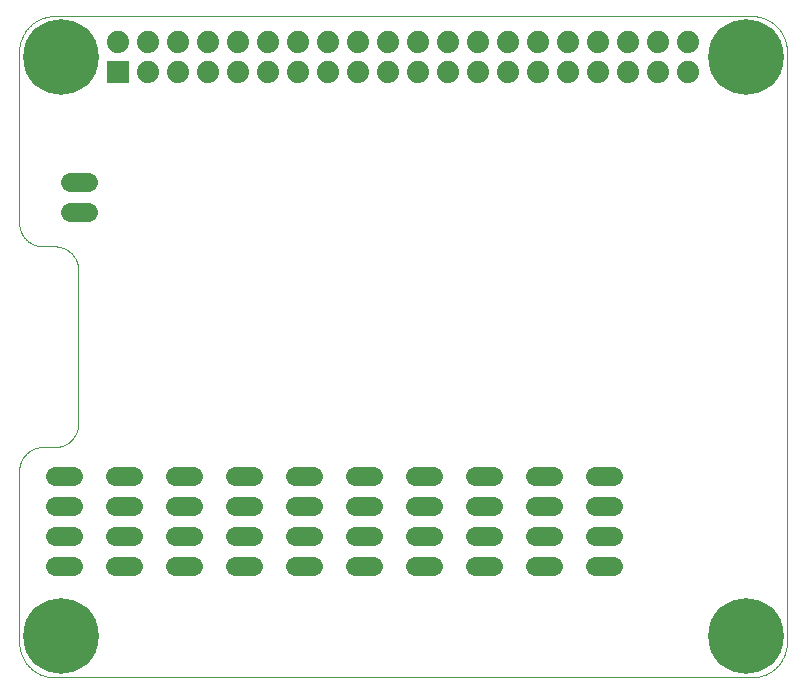
<source format=gbs>
G75*
%MOIN*%
%OFA0B0*%
%FSLAX25Y25*%
%IPPOS*%
%LPD*%
%AMOC8*
5,1,8,0,0,1.08239X$1,22.5*
%
%ADD10C,0.25197*%
%ADD11C,0.00000*%
%ADD12R,0.07400X0.07400*%
%ADD13C,0.07400*%
%ADD14C,0.11227*%
%ADD15C,0.06400*%
D10*
X0048780Y0018780D03*
X0277126Y0018780D03*
X0277126Y0211693D03*
X0048780Y0211693D03*
D11*
X0035000Y0073898D02*
X0035000Y0016811D01*
X0035003Y0016526D01*
X0035014Y0016240D01*
X0035031Y0015955D01*
X0035055Y0015671D01*
X0035086Y0015387D01*
X0035124Y0015104D01*
X0035169Y0014823D01*
X0035220Y0014542D01*
X0035278Y0014262D01*
X0035343Y0013984D01*
X0035415Y0013708D01*
X0035493Y0013434D01*
X0035578Y0013161D01*
X0035670Y0012891D01*
X0035768Y0012623D01*
X0035872Y0012357D01*
X0035983Y0012094D01*
X0036100Y0011834D01*
X0036223Y0011576D01*
X0036353Y0011322D01*
X0036489Y0011071D01*
X0036630Y0010823D01*
X0036778Y0010579D01*
X0036931Y0010338D01*
X0037091Y0010102D01*
X0037256Y0009869D01*
X0037426Y0009640D01*
X0037602Y0009415D01*
X0037784Y0009195D01*
X0037970Y0008979D01*
X0038162Y0008768D01*
X0038359Y0008561D01*
X0038561Y0008359D01*
X0038768Y0008162D01*
X0038979Y0007970D01*
X0039195Y0007784D01*
X0039415Y0007602D01*
X0039640Y0007426D01*
X0039869Y0007256D01*
X0040102Y0007091D01*
X0040338Y0006931D01*
X0040579Y0006778D01*
X0040823Y0006630D01*
X0041071Y0006489D01*
X0041322Y0006353D01*
X0041576Y0006223D01*
X0041834Y0006100D01*
X0042094Y0005983D01*
X0042357Y0005872D01*
X0042623Y0005768D01*
X0042891Y0005670D01*
X0043161Y0005578D01*
X0043434Y0005493D01*
X0043708Y0005415D01*
X0043984Y0005343D01*
X0044262Y0005278D01*
X0044542Y0005220D01*
X0044823Y0005169D01*
X0045104Y0005124D01*
X0045387Y0005086D01*
X0045671Y0005055D01*
X0045955Y0005031D01*
X0046240Y0005014D01*
X0046526Y0005003D01*
X0046811Y0005000D01*
X0279094Y0005000D01*
X0279379Y0005003D01*
X0279665Y0005014D01*
X0279950Y0005031D01*
X0280234Y0005055D01*
X0280518Y0005086D01*
X0280801Y0005124D01*
X0281082Y0005169D01*
X0281363Y0005220D01*
X0281643Y0005278D01*
X0281921Y0005343D01*
X0282197Y0005415D01*
X0282471Y0005493D01*
X0282744Y0005578D01*
X0283014Y0005670D01*
X0283282Y0005768D01*
X0283548Y0005872D01*
X0283811Y0005983D01*
X0284071Y0006100D01*
X0284329Y0006223D01*
X0284583Y0006353D01*
X0284834Y0006489D01*
X0285082Y0006630D01*
X0285326Y0006778D01*
X0285567Y0006931D01*
X0285803Y0007091D01*
X0286036Y0007256D01*
X0286265Y0007426D01*
X0286490Y0007602D01*
X0286710Y0007784D01*
X0286926Y0007970D01*
X0287137Y0008162D01*
X0287344Y0008359D01*
X0287546Y0008561D01*
X0287743Y0008768D01*
X0287935Y0008979D01*
X0288121Y0009195D01*
X0288303Y0009415D01*
X0288479Y0009640D01*
X0288649Y0009869D01*
X0288814Y0010102D01*
X0288974Y0010338D01*
X0289127Y0010579D01*
X0289275Y0010823D01*
X0289416Y0011071D01*
X0289552Y0011322D01*
X0289682Y0011576D01*
X0289805Y0011834D01*
X0289922Y0012094D01*
X0290033Y0012357D01*
X0290137Y0012623D01*
X0290235Y0012891D01*
X0290327Y0013161D01*
X0290412Y0013434D01*
X0290490Y0013708D01*
X0290562Y0013984D01*
X0290627Y0014262D01*
X0290685Y0014542D01*
X0290736Y0014823D01*
X0290781Y0015104D01*
X0290819Y0015387D01*
X0290850Y0015671D01*
X0290874Y0015955D01*
X0290891Y0016240D01*
X0290902Y0016526D01*
X0290905Y0016811D01*
X0290906Y0016811D02*
X0290906Y0213661D01*
X0290905Y0213661D02*
X0290902Y0213946D01*
X0290891Y0214232D01*
X0290874Y0214517D01*
X0290850Y0214801D01*
X0290819Y0215085D01*
X0290781Y0215368D01*
X0290736Y0215649D01*
X0290685Y0215930D01*
X0290627Y0216210D01*
X0290562Y0216488D01*
X0290490Y0216764D01*
X0290412Y0217038D01*
X0290327Y0217311D01*
X0290235Y0217581D01*
X0290137Y0217849D01*
X0290033Y0218115D01*
X0289922Y0218378D01*
X0289805Y0218638D01*
X0289682Y0218896D01*
X0289552Y0219150D01*
X0289416Y0219401D01*
X0289275Y0219649D01*
X0289127Y0219893D01*
X0288974Y0220134D01*
X0288814Y0220370D01*
X0288649Y0220603D01*
X0288479Y0220832D01*
X0288303Y0221057D01*
X0288121Y0221277D01*
X0287935Y0221493D01*
X0287743Y0221704D01*
X0287546Y0221911D01*
X0287344Y0222113D01*
X0287137Y0222310D01*
X0286926Y0222502D01*
X0286710Y0222688D01*
X0286490Y0222870D01*
X0286265Y0223046D01*
X0286036Y0223216D01*
X0285803Y0223381D01*
X0285567Y0223541D01*
X0285326Y0223694D01*
X0285082Y0223842D01*
X0284834Y0223983D01*
X0284583Y0224119D01*
X0284329Y0224249D01*
X0284071Y0224372D01*
X0283811Y0224489D01*
X0283548Y0224600D01*
X0283282Y0224704D01*
X0283014Y0224802D01*
X0282744Y0224894D01*
X0282471Y0224979D01*
X0282197Y0225057D01*
X0281921Y0225129D01*
X0281643Y0225194D01*
X0281363Y0225252D01*
X0281082Y0225303D01*
X0280801Y0225348D01*
X0280518Y0225386D01*
X0280234Y0225417D01*
X0279950Y0225441D01*
X0279665Y0225458D01*
X0279379Y0225469D01*
X0279094Y0225472D01*
X0046811Y0225472D01*
X0046526Y0225469D01*
X0046240Y0225458D01*
X0045955Y0225441D01*
X0045671Y0225417D01*
X0045387Y0225386D01*
X0045104Y0225348D01*
X0044823Y0225303D01*
X0044542Y0225252D01*
X0044262Y0225194D01*
X0043984Y0225129D01*
X0043708Y0225057D01*
X0043434Y0224979D01*
X0043161Y0224894D01*
X0042891Y0224802D01*
X0042623Y0224704D01*
X0042357Y0224600D01*
X0042094Y0224489D01*
X0041834Y0224372D01*
X0041576Y0224249D01*
X0041322Y0224119D01*
X0041071Y0223983D01*
X0040823Y0223842D01*
X0040579Y0223694D01*
X0040338Y0223541D01*
X0040102Y0223381D01*
X0039869Y0223216D01*
X0039640Y0223046D01*
X0039415Y0222870D01*
X0039195Y0222688D01*
X0038979Y0222502D01*
X0038768Y0222310D01*
X0038561Y0222113D01*
X0038359Y0221911D01*
X0038162Y0221704D01*
X0037970Y0221493D01*
X0037784Y0221277D01*
X0037602Y0221057D01*
X0037426Y0220832D01*
X0037256Y0220603D01*
X0037091Y0220370D01*
X0036931Y0220134D01*
X0036778Y0219893D01*
X0036630Y0219649D01*
X0036489Y0219401D01*
X0036353Y0219150D01*
X0036223Y0218896D01*
X0036100Y0218638D01*
X0035983Y0218378D01*
X0035872Y0218115D01*
X0035768Y0217849D01*
X0035670Y0217581D01*
X0035578Y0217311D01*
X0035493Y0217038D01*
X0035415Y0216764D01*
X0035343Y0216488D01*
X0035278Y0216210D01*
X0035220Y0215930D01*
X0035169Y0215649D01*
X0035124Y0215368D01*
X0035086Y0215085D01*
X0035055Y0214801D01*
X0035031Y0214517D01*
X0035014Y0214232D01*
X0035003Y0213946D01*
X0035000Y0213661D01*
X0035000Y0156575D01*
X0035002Y0156385D01*
X0035009Y0156195D01*
X0035021Y0156005D01*
X0035037Y0155815D01*
X0035057Y0155626D01*
X0035083Y0155437D01*
X0035112Y0155249D01*
X0035147Y0155062D01*
X0035186Y0154876D01*
X0035229Y0154691D01*
X0035277Y0154506D01*
X0035329Y0154323D01*
X0035385Y0154142D01*
X0035446Y0153962D01*
X0035512Y0153783D01*
X0035581Y0153606D01*
X0035655Y0153430D01*
X0035733Y0153257D01*
X0035816Y0153085D01*
X0035902Y0152916D01*
X0035992Y0152748D01*
X0036087Y0152583D01*
X0036185Y0152420D01*
X0036288Y0152260D01*
X0036394Y0152102D01*
X0036504Y0151947D01*
X0036617Y0151794D01*
X0036735Y0151644D01*
X0036856Y0151498D01*
X0036980Y0151354D01*
X0037108Y0151213D01*
X0037239Y0151075D01*
X0037374Y0150940D01*
X0037512Y0150809D01*
X0037653Y0150681D01*
X0037797Y0150557D01*
X0037943Y0150436D01*
X0038093Y0150318D01*
X0038246Y0150205D01*
X0038401Y0150095D01*
X0038559Y0149989D01*
X0038719Y0149886D01*
X0038882Y0149788D01*
X0039047Y0149693D01*
X0039215Y0149603D01*
X0039384Y0149517D01*
X0039556Y0149434D01*
X0039729Y0149356D01*
X0039905Y0149282D01*
X0040082Y0149213D01*
X0040261Y0149147D01*
X0040441Y0149086D01*
X0040622Y0149030D01*
X0040805Y0148978D01*
X0040990Y0148930D01*
X0041175Y0148887D01*
X0041361Y0148848D01*
X0041548Y0148813D01*
X0041736Y0148784D01*
X0041925Y0148758D01*
X0042114Y0148738D01*
X0042304Y0148722D01*
X0042494Y0148710D01*
X0042684Y0148703D01*
X0042874Y0148701D01*
X0046811Y0148701D01*
X0047001Y0148699D01*
X0047191Y0148692D01*
X0047381Y0148680D01*
X0047571Y0148664D01*
X0047760Y0148644D01*
X0047949Y0148618D01*
X0048137Y0148589D01*
X0048324Y0148554D01*
X0048510Y0148515D01*
X0048695Y0148472D01*
X0048880Y0148424D01*
X0049063Y0148372D01*
X0049244Y0148316D01*
X0049424Y0148255D01*
X0049603Y0148189D01*
X0049780Y0148120D01*
X0049956Y0148046D01*
X0050129Y0147968D01*
X0050301Y0147885D01*
X0050470Y0147799D01*
X0050638Y0147709D01*
X0050803Y0147614D01*
X0050966Y0147516D01*
X0051126Y0147413D01*
X0051284Y0147307D01*
X0051439Y0147197D01*
X0051592Y0147084D01*
X0051742Y0146966D01*
X0051888Y0146845D01*
X0052032Y0146721D01*
X0052173Y0146593D01*
X0052311Y0146462D01*
X0052446Y0146327D01*
X0052577Y0146189D01*
X0052705Y0146048D01*
X0052829Y0145904D01*
X0052950Y0145758D01*
X0053068Y0145608D01*
X0053181Y0145455D01*
X0053291Y0145300D01*
X0053397Y0145142D01*
X0053500Y0144982D01*
X0053598Y0144819D01*
X0053693Y0144654D01*
X0053783Y0144486D01*
X0053869Y0144317D01*
X0053952Y0144145D01*
X0054030Y0143972D01*
X0054104Y0143796D01*
X0054173Y0143619D01*
X0054239Y0143440D01*
X0054300Y0143260D01*
X0054356Y0143079D01*
X0054408Y0142896D01*
X0054456Y0142711D01*
X0054499Y0142526D01*
X0054538Y0142340D01*
X0054573Y0142153D01*
X0054602Y0141965D01*
X0054628Y0141776D01*
X0054648Y0141587D01*
X0054664Y0141397D01*
X0054676Y0141207D01*
X0054683Y0141017D01*
X0054685Y0140827D01*
X0054685Y0089646D01*
X0054683Y0089456D01*
X0054676Y0089266D01*
X0054664Y0089076D01*
X0054648Y0088886D01*
X0054628Y0088697D01*
X0054602Y0088508D01*
X0054573Y0088320D01*
X0054538Y0088133D01*
X0054499Y0087947D01*
X0054456Y0087762D01*
X0054408Y0087577D01*
X0054356Y0087394D01*
X0054300Y0087213D01*
X0054239Y0087033D01*
X0054173Y0086854D01*
X0054104Y0086677D01*
X0054030Y0086501D01*
X0053952Y0086328D01*
X0053869Y0086156D01*
X0053783Y0085987D01*
X0053693Y0085819D01*
X0053598Y0085654D01*
X0053500Y0085491D01*
X0053397Y0085331D01*
X0053291Y0085173D01*
X0053181Y0085018D01*
X0053068Y0084865D01*
X0052950Y0084715D01*
X0052829Y0084569D01*
X0052705Y0084425D01*
X0052577Y0084284D01*
X0052446Y0084146D01*
X0052311Y0084011D01*
X0052173Y0083880D01*
X0052032Y0083752D01*
X0051888Y0083628D01*
X0051742Y0083507D01*
X0051592Y0083389D01*
X0051439Y0083276D01*
X0051284Y0083166D01*
X0051126Y0083060D01*
X0050966Y0082957D01*
X0050803Y0082859D01*
X0050638Y0082764D01*
X0050470Y0082674D01*
X0050301Y0082588D01*
X0050129Y0082505D01*
X0049956Y0082427D01*
X0049780Y0082353D01*
X0049603Y0082284D01*
X0049424Y0082218D01*
X0049244Y0082157D01*
X0049063Y0082101D01*
X0048880Y0082049D01*
X0048695Y0082001D01*
X0048510Y0081958D01*
X0048324Y0081919D01*
X0048137Y0081884D01*
X0047949Y0081855D01*
X0047760Y0081829D01*
X0047571Y0081809D01*
X0047381Y0081793D01*
X0047191Y0081781D01*
X0047001Y0081774D01*
X0046811Y0081772D01*
X0042874Y0081772D01*
X0042684Y0081770D01*
X0042494Y0081763D01*
X0042304Y0081751D01*
X0042114Y0081735D01*
X0041925Y0081715D01*
X0041736Y0081689D01*
X0041548Y0081660D01*
X0041361Y0081625D01*
X0041175Y0081586D01*
X0040990Y0081543D01*
X0040805Y0081495D01*
X0040622Y0081443D01*
X0040441Y0081387D01*
X0040261Y0081326D01*
X0040082Y0081260D01*
X0039905Y0081191D01*
X0039729Y0081117D01*
X0039556Y0081039D01*
X0039384Y0080956D01*
X0039215Y0080870D01*
X0039047Y0080780D01*
X0038882Y0080685D01*
X0038719Y0080587D01*
X0038559Y0080484D01*
X0038401Y0080378D01*
X0038246Y0080268D01*
X0038093Y0080155D01*
X0037943Y0080037D01*
X0037797Y0079916D01*
X0037653Y0079792D01*
X0037512Y0079664D01*
X0037374Y0079533D01*
X0037239Y0079398D01*
X0037108Y0079260D01*
X0036980Y0079119D01*
X0036856Y0078975D01*
X0036735Y0078829D01*
X0036617Y0078679D01*
X0036504Y0078526D01*
X0036394Y0078371D01*
X0036288Y0078213D01*
X0036185Y0078053D01*
X0036087Y0077890D01*
X0035992Y0077725D01*
X0035902Y0077557D01*
X0035816Y0077388D01*
X0035733Y0077216D01*
X0035655Y0077043D01*
X0035581Y0076867D01*
X0035512Y0076690D01*
X0035446Y0076511D01*
X0035385Y0076331D01*
X0035329Y0076150D01*
X0035277Y0075967D01*
X0035229Y0075782D01*
X0035186Y0075597D01*
X0035147Y0075411D01*
X0035112Y0075224D01*
X0035083Y0075036D01*
X0035057Y0074847D01*
X0035037Y0074658D01*
X0035021Y0074468D01*
X0035009Y0074278D01*
X0035002Y0074088D01*
X0035000Y0073898D01*
X0043367Y0018780D02*
X0043369Y0018927D01*
X0043375Y0019073D01*
X0043385Y0019219D01*
X0043399Y0019365D01*
X0043417Y0019511D01*
X0043438Y0019656D01*
X0043464Y0019800D01*
X0043494Y0019944D01*
X0043527Y0020086D01*
X0043564Y0020228D01*
X0043605Y0020369D01*
X0043650Y0020508D01*
X0043699Y0020647D01*
X0043751Y0020784D01*
X0043808Y0020919D01*
X0043867Y0021053D01*
X0043931Y0021185D01*
X0043998Y0021315D01*
X0044068Y0021444D01*
X0044142Y0021571D01*
X0044219Y0021695D01*
X0044300Y0021818D01*
X0044384Y0021938D01*
X0044471Y0022056D01*
X0044561Y0022171D01*
X0044654Y0022284D01*
X0044751Y0022395D01*
X0044850Y0022503D01*
X0044952Y0022608D01*
X0045057Y0022710D01*
X0045165Y0022809D01*
X0045276Y0022906D01*
X0045389Y0022999D01*
X0045504Y0023089D01*
X0045622Y0023176D01*
X0045742Y0023260D01*
X0045865Y0023341D01*
X0045989Y0023418D01*
X0046116Y0023492D01*
X0046245Y0023562D01*
X0046375Y0023629D01*
X0046507Y0023693D01*
X0046641Y0023752D01*
X0046776Y0023809D01*
X0046913Y0023861D01*
X0047052Y0023910D01*
X0047191Y0023955D01*
X0047332Y0023996D01*
X0047474Y0024033D01*
X0047616Y0024066D01*
X0047760Y0024096D01*
X0047904Y0024122D01*
X0048049Y0024143D01*
X0048195Y0024161D01*
X0048341Y0024175D01*
X0048487Y0024185D01*
X0048633Y0024191D01*
X0048780Y0024193D01*
X0048927Y0024191D01*
X0049073Y0024185D01*
X0049219Y0024175D01*
X0049365Y0024161D01*
X0049511Y0024143D01*
X0049656Y0024122D01*
X0049800Y0024096D01*
X0049944Y0024066D01*
X0050086Y0024033D01*
X0050228Y0023996D01*
X0050369Y0023955D01*
X0050508Y0023910D01*
X0050647Y0023861D01*
X0050784Y0023809D01*
X0050919Y0023752D01*
X0051053Y0023693D01*
X0051185Y0023629D01*
X0051315Y0023562D01*
X0051444Y0023492D01*
X0051571Y0023418D01*
X0051695Y0023341D01*
X0051818Y0023260D01*
X0051938Y0023176D01*
X0052056Y0023089D01*
X0052171Y0022999D01*
X0052284Y0022906D01*
X0052395Y0022809D01*
X0052503Y0022710D01*
X0052608Y0022608D01*
X0052710Y0022503D01*
X0052809Y0022395D01*
X0052906Y0022284D01*
X0052999Y0022171D01*
X0053089Y0022056D01*
X0053176Y0021938D01*
X0053260Y0021818D01*
X0053341Y0021695D01*
X0053418Y0021571D01*
X0053492Y0021444D01*
X0053562Y0021315D01*
X0053629Y0021185D01*
X0053693Y0021053D01*
X0053752Y0020919D01*
X0053809Y0020784D01*
X0053861Y0020647D01*
X0053910Y0020508D01*
X0053955Y0020369D01*
X0053996Y0020228D01*
X0054033Y0020086D01*
X0054066Y0019944D01*
X0054096Y0019800D01*
X0054122Y0019656D01*
X0054143Y0019511D01*
X0054161Y0019365D01*
X0054175Y0019219D01*
X0054185Y0019073D01*
X0054191Y0018927D01*
X0054193Y0018780D01*
X0054191Y0018633D01*
X0054185Y0018487D01*
X0054175Y0018341D01*
X0054161Y0018195D01*
X0054143Y0018049D01*
X0054122Y0017904D01*
X0054096Y0017760D01*
X0054066Y0017616D01*
X0054033Y0017474D01*
X0053996Y0017332D01*
X0053955Y0017191D01*
X0053910Y0017052D01*
X0053861Y0016913D01*
X0053809Y0016776D01*
X0053752Y0016641D01*
X0053693Y0016507D01*
X0053629Y0016375D01*
X0053562Y0016245D01*
X0053492Y0016116D01*
X0053418Y0015989D01*
X0053341Y0015865D01*
X0053260Y0015742D01*
X0053176Y0015622D01*
X0053089Y0015504D01*
X0052999Y0015389D01*
X0052906Y0015276D01*
X0052809Y0015165D01*
X0052710Y0015057D01*
X0052608Y0014952D01*
X0052503Y0014850D01*
X0052395Y0014751D01*
X0052284Y0014654D01*
X0052171Y0014561D01*
X0052056Y0014471D01*
X0051938Y0014384D01*
X0051818Y0014300D01*
X0051695Y0014219D01*
X0051571Y0014142D01*
X0051444Y0014068D01*
X0051315Y0013998D01*
X0051185Y0013931D01*
X0051053Y0013867D01*
X0050919Y0013808D01*
X0050784Y0013751D01*
X0050647Y0013699D01*
X0050508Y0013650D01*
X0050369Y0013605D01*
X0050228Y0013564D01*
X0050086Y0013527D01*
X0049944Y0013494D01*
X0049800Y0013464D01*
X0049656Y0013438D01*
X0049511Y0013417D01*
X0049365Y0013399D01*
X0049219Y0013385D01*
X0049073Y0013375D01*
X0048927Y0013369D01*
X0048780Y0013367D01*
X0048633Y0013369D01*
X0048487Y0013375D01*
X0048341Y0013385D01*
X0048195Y0013399D01*
X0048049Y0013417D01*
X0047904Y0013438D01*
X0047760Y0013464D01*
X0047616Y0013494D01*
X0047474Y0013527D01*
X0047332Y0013564D01*
X0047191Y0013605D01*
X0047052Y0013650D01*
X0046913Y0013699D01*
X0046776Y0013751D01*
X0046641Y0013808D01*
X0046507Y0013867D01*
X0046375Y0013931D01*
X0046245Y0013998D01*
X0046116Y0014068D01*
X0045989Y0014142D01*
X0045865Y0014219D01*
X0045742Y0014300D01*
X0045622Y0014384D01*
X0045504Y0014471D01*
X0045389Y0014561D01*
X0045276Y0014654D01*
X0045165Y0014751D01*
X0045057Y0014850D01*
X0044952Y0014952D01*
X0044850Y0015057D01*
X0044751Y0015165D01*
X0044654Y0015276D01*
X0044561Y0015389D01*
X0044471Y0015504D01*
X0044384Y0015622D01*
X0044300Y0015742D01*
X0044219Y0015865D01*
X0044142Y0015989D01*
X0044068Y0016116D01*
X0043998Y0016245D01*
X0043931Y0016375D01*
X0043867Y0016507D01*
X0043808Y0016641D01*
X0043751Y0016776D01*
X0043699Y0016913D01*
X0043650Y0017052D01*
X0043605Y0017191D01*
X0043564Y0017332D01*
X0043527Y0017474D01*
X0043494Y0017616D01*
X0043464Y0017760D01*
X0043438Y0017904D01*
X0043417Y0018049D01*
X0043399Y0018195D01*
X0043385Y0018341D01*
X0043375Y0018487D01*
X0043369Y0018633D01*
X0043367Y0018780D01*
X0271713Y0018780D02*
X0271715Y0018927D01*
X0271721Y0019073D01*
X0271731Y0019219D01*
X0271745Y0019365D01*
X0271763Y0019511D01*
X0271784Y0019656D01*
X0271810Y0019800D01*
X0271840Y0019944D01*
X0271873Y0020086D01*
X0271910Y0020228D01*
X0271951Y0020369D01*
X0271996Y0020508D01*
X0272045Y0020647D01*
X0272097Y0020784D01*
X0272154Y0020919D01*
X0272213Y0021053D01*
X0272277Y0021185D01*
X0272344Y0021315D01*
X0272414Y0021444D01*
X0272488Y0021571D01*
X0272565Y0021695D01*
X0272646Y0021818D01*
X0272730Y0021938D01*
X0272817Y0022056D01*
X0272907Y0022171D01*
X0273000Y0022284D01*
X0273097Y0022395D01*
X0273196Y0022503D01*
X0273298Y0022608D01*
X0273403Y0022710D01*
X0273511Y0022809D01*
X0273622Y0022906D01*
X0273735Y0022999D01*
X0273850Y0023089D01*
X0273968Y0023176D01*
X0274088Y0023260D01*
X0274211Y0023341D01*
X0274335Y0023418D01*
X0274462Y0023492D01*
X0274591Y0023562D01*
X0274721Y0023629D01*
X0274853Y0023693D01*
X0274987Y0023752D01*
X0275122Y0023809D01*
X0275259Y0023861D01*
X0275398Y0023910D01*
X0275537Y0023955D01*
X0275678Y0023996D01*
X0275820Y0024033D01*
X0275962Y0024066D01*
X0276106Y0024096D01*
X0276250Y0024122D01*
X0276395Y0024143D01*
X0276541Y0024161D01*
X0276687Y0024175D01*
X0276833Y0024185D01*
X0276979Y0024191D01*
X0277126Y0024193D01*
X0277273Y0024191D01*
X0277419Y0024185D01*
X0277565Y0024175D01*
X0277711Y0024161D01*
X0277857Y0024143D01*
X0278002Y0024122D01*
X0278146Y0024096D01*
X0278290Y0024066D01*
X0278432Y0024033D01*
X0278574Y0023996D01*
X0278715Y0023955D01*
X0278854Y0023910D01*
X0278993Y0023861D01*
X0279130Y0023809D01*
X0279265Y0023752D01*
X0279399Y0023693D01*
X0279531Y0023629D01*
X0279661Y0023562D01*
X0279790Y0023492D01*
X0279917Y0023418D01*
X0280041Y0023341D01*
X0280164Y0023260D01*
X0280284Y0023176D01*
X0280402Y0023089D01*
X0280517Y0022999D01*
X0280630Y0022906D01*
X0280741Y0022809D01*
X0280849Y0022710D01*
X0280954Y0022608D01*
X0281056Y0022503D01*
X0281155Y0022395D01*
X0281252Y0022284D01*
X0281345Y0022171D01*
X0281435Y0022056D01*
X0281522Y0021938D01*
X0281606Y0021818D01*
X0281687Y0021695D01*
X0281764Y0021571D01*
X0281838Y0021444D01*
X0281908Y0021315D01*
X0281975Y0021185D01*
X0282039Y0021053D01*
X0282098Y0020919D01*
X0282155Y0020784D01*
X0282207Y0020647D01*
X0282256Y0020508D01*
X0282301Y0020369D01*
X0282342Y0020228D01*
X0282379Y0020086D01*
X0282412Y0019944D01*
X0282442Y0019800D01*
X0282468Y0019656D01*
X0282489Y0019511D01*
X0282507Y0019365D01*
X0282521Y0019219D01*
X0282531Y0019073D01*
X0282537Y0018927D01*
X0282539Y0018780D01*
X0282537Y0018633D01*
X0282531Y0018487D01*
X0282521Y0018341D01*
X0282507Y0018195D01*
X0282489Y0018049D01*
X0282468Y0017904D01*
X0282442Y0017760D01*
X0282412Y0017616D01*
X0282379Y0017474D01*
X0282342Y0017332D01*
X0282301Y0017191D01*
X0282256Y0017052D01*
X0282207Y0016913D01*
X0282155Y0016776D01*
X0282098Y0016641D01*
X0282039Y0016507D01*
X0281975Y0016375D01*
X0281908Y0016245D01*
X0281838Y0016116D01*
X0281764Y0015989D01*
X0281687Y0015865D01*
X0281606Y0015742D01*
X0281522Y0015622D01*
X0281435Y0015504D01*
X0281345Y0015389D01*
X0281252Y0015276D01*
X0281155Y0015165D01*
X0281056Y0015057D01*
X0280954Y0014952D01*
X0280849Y0014850D01*
X0280741Y0014751D01*
X0280630Y0014654D01*
X0280517Y0014561D01*
X0280402Y0014471D01*
X0280284Y0014384D01*
X0280164Y0014300D01*
X0280041Y0014219D01*
X0279917Y0014142D01*
X0279790Y0014068D01*
X0279661Y0013998D01*
X0279531Y0013931D01*
X0279399Y0013867D01*
X0279265Y0013808D01*
X0279130Y0013751D01*
X0278993Y0013699D01*
X0278854Y0013650D01*
X0278715Y0013605D01*
X0278574Y0013564D01*
X0278432Y0013527D01*
X0278290Y0013494D01*
X0278146Y0013464D01*
X0278002Y0013438D01*
X0277857Y0013417D01*
X0277711Y0013399D01*
X0277565Y0013385D01*
X0277419Y0013375D01*
X0277273Y0013369D01*
X0277126Y0013367D01*
X0276979Y0013369D01*
X0276833Y0013375D01*
X0276687Y0013385D01*
X0276541Y0013399D01*
X0276395Y0013417D01*
X0276250Y0013438D01*
X0276106Y0013464D01*
X0275962Y0013494D01*
X0275820Y0013527D01*
X0275678Y0013564D01*
X0275537Y0013605D01*
X0275398Y0013650D01*
X0275259Y0013699D01*
X0275122Y0013751D01*
X0274987Y0013808D01*
X0274853Y0013867D01*
X0274721Y0013931D01*
X0274591Y0013998D01*
X0274462Y0014068D01*
X0274335Y0014142D01*
X0274211Y0014219D01*
X0274088Y0014300D01*
X0273968Y0014384D01*
X0273850Y0014471D01*
X0273735Y0014561D01*
X0273622Y0014654D01*
X0273511Y0014751D01*
X0273403Y0014850D01*
X0273298Y0014952D01*
X0273196Y0015057D01*
X0273097Y0015165D01*
X0273000Y0015276D01*
X0272907Y0015389D01*
X0272817Y0015504D01*
X0272730Y0015622D01*
X0272646Y0015742D01*
X0272565Y0015865D01*
X0272488Y0015989D01*
X0272414Y0016116D01*
X0272344Y0016245D01*
X0272277Y0016375D01*
X0272213Y0016507D01*
X0272154Y0016641D01*
X0272097Y0016776D01*
X0272045Y0016913D01*
X0271996Y0017052D01*
X0271951Y0017191D01*
X0271910Y0017332D01*
X0271873Y0017474D01*
X0271840Y0017616D01*
X0271810Y0017760D01*
X0271784Y0017904D01*
X0271763Y0018049D01*
X0271745Y0018195D01*
X0271731Y0018341D01*
X0271721Y0018487D01*
X0271715Y0018633D01*
X0271713Y0018780D01*
X0271713Y0211693D02*
X0271715Y0211840D01*
X0271721Y0211986D01*
X0271731Y0212132D01*
X0271745Y0212278D01*
X0271763Y0212424D01*
X0271784Y0212569D01*
X0271810Y0212713D01*
X0271840Y0212857D01*
X0271873Y0212999D01*
X0271910Y0213141D01*
X0271951Y0213282D01*
X0271996Y0213421D01*
X0272045Y0213560D01*
X0272097Y0213697D01*
X0272154Y0213832D01*
X0272213Y0213966D01*
X0272277Y0214098D01*
X0272344Y0214228D01*
X0272414Y0214357D01*
X0272488Y0214484D01*
X0272565Y0214608D01*
X0272646Y0214731D01*
X0272730Y0214851D01*
X0272817Y0214969D01*
X0272907Y0215084D01*
X0273000Y0215197D01*
X0273097Y0215308D01*
X0273196Y0215416D01*
X0273298Y0215521D01*
X0273403Y0215623D01*
X0273511Y0215722D01*
X0273622Y0215819D01*
X0273735Y0215912D01*
X0273850Y0216002D01*
X0273968Y0216089D01*
X0274088Y0216173D01*
X0274211Y0216254D01*
X0274335Y0216331D01*
X0274462Y0216405D01*
X0274591Y0216475D01*
X0274721Y0216542D01*
X0274853Y0216606D01*
X0274987Y0216665D01*
X0275122Y0216722D01*
X0275259Y0216774D01*
X0275398Y0216823D01*
X0275537Y0216868D01*
X0275678Y0216909D01*
X0275820Y0216946D01*
X0275962Y0216979D01*
X0276106Y0217009D01*
X0276250Y0217035D01*
X0276395Y0217056D01*
X0276541Y0217074D01*
X0276687Y0217088D01*
X0276833Y0217098D01*
X0276979Y0217104D01*
X0277126Y0217106D01*
X0277273Y0217104D01*
X0277419Y0217098D01*
X0277565Y0217088D01*
X0277711Y0217074D01*
X0277857Y0217056D01*
X0278002Y0217035D01*
X0278146Y0217009D01*
X0278290Y0216979D01*
X0278432Y0216946D01*
X0278574Y0216909D01*
X0278715Y0216868D01*
X0278854Y0216823D01*
X0278993Y0216774D01*
X0279130Y0216722D01*
X0279265Y0216665D01*
X0279399Y0216606D01*
X0279531Y0216542D01*
X0279661Y0216475D01*
X0279790Y0216405D01*
X0279917Y0216331D01*
X0280041Y0216254D01*
X0280164Y0216173D01*
X0280284Y0216089D01*
X0280402Y0216002D01*
X0280517Y0215912D01*
X0280630Y0215819D01*
X0280741Y0215722D01*
X0280849Y0215623D01*
X0280954Y0215521D01*
X0281056Y0215416D01*
X0281155Y0215308D01*
X0281252Y0215197D01*
X0281345Y0215084D01*
X0281435Y0214969D01*
X0281522Y0214851D01*
X0281606Y0214731D01*
X0281687Y0214608D01*
X0281764Y0214484D01*
X0281838Y0214357D01*
X0281908Y0214228D01*
X0281975Y0214098D01*
X0282039Y0213966D01*
X0282098Y0213832D01*
X0282155Y0213697D01*
X0282207Y0213560D01*
X0282256Y0213421D01*
X0282301Y0213282D01*
X0282342Y0213141D01*
X0282379Y0212999D01*
X0282412Y0212857D01*
X0282442Y0212713D01*
X0282468Y0212569D01*
X0282489Y0212424D01*
X0282507Y0212278D01*
X0282521Y0212132D01*
X0282531Y0211986D01*
X0282537Y0211840D01*
X0282539Y0211693D01*
X0282537Y0211546D01*
X0282531Y0211400D01*
X0282521Y0211254D01*
X0282507Y0211108D01*
X0282489Y0210962D01*
X0282468Y0210817D01*
X0282442Y0210673D01*
X0282412Y0210529D01*
X0282379Y0210387D01*
X0282342Y0210245D01*
X0282301Y0210104D01*
X0282256Y0209965D01*
X0282207Y0209826D01*
X0282155Y0209689D01*
X0282098Y0209554D01*
X0282039Y0209420D01*
X0281975Y0209288D01*
X0281908Y0209158D01*
X0281838Y0209029D01*
X0281764Y0208902D01*
X0281687Y0208778D01*
X0281606Y0208655D01*
X0281522Y0208535D01*
X0281435Y0208417D01*
X0281345Y0208302D01*
X0281252Y0208189D01*
X0281155Y0208078D01*
X0281056Y0207970D01*
X0280954Y0207865D01*
X0280849Y0207763D01*
X0280741Y0207664D01*
X0280630Y0207567D01*
X0280517Y0207474D01*
X0280402Y0207384D01*
X0280284Y0207297D01*
X0280164Y0207213D01*
X0280041Y0207132D01*
X0279917Y0207055D01*
X0279790Y0206981D01*
X0279661Y0206911D01*
X0279531Y0206844D01*
X0279399Y0206780D01*
X0279265Y0206721D01*
X0279130Y0206664D01*
X0278993Y0206612D01*
X0278854Y0206563D01*
X0278715Y0206518D01*
X0278574Y0206477D01*
X0278432Y0206440D01*
X0278290Y0206407D01*
X0278146Y0206377D01*
X0278002Y0206351D01*
X0277857Y0206330D01*
X0277711Y0206312D01*
X0277565Y0206298D01*
X0277419Y0206288D01*
X0277273Y0206282D01*
X0277126Y0206280D01*
X0276979Y0206282D01*
X0276833Y0206288D01*
X0276687Y0206298D01*
X0276541Y0206312D01*
X0276395Y0206330D01*
X0276250Y0206351D01*
X0276106Y0206377D01*
X0275962Y0206407D01*
X0275820Y0206440D01*
X0275678Y0206477D01*
X0275537Y0206518D01*
X0275398Y0206563D01*
X0275259Y0206612D01*
X0275122Y0206664D01*
X0274987Y0206721D01*
X0274853Y0206780D01*
X0274721Y0206844D01*
X0274591Y0206911D01*
X0274462Y0206981D01*
X0274335Y0207055D01*
X0274211Y0207132D01*
X0274088Y0207213D01*
X0273968Y0207297D01*
X0273850Y0207384D01*
X0273735Y0207474D01*
X0273622Y0207567D01*
X0273511Y0207664D01*
X0273403Y0207763D01*
X0273298Y0207865D01*
X0273196Y0207970D01*
X0273097Y0208078D01*
X0273000Y0208189D01*
X0272907Y0208302D01*
X0272817Y0208417D01*
X0272730Y0208535D01*
X0272646Y0208655D01*
X0272565Y0208778D01*
X0272488Y0208902D01*
X0272414Y0209029D01*
X0272344Y0209158D01*
X0272277Y0209288D01*
X0272213Y0209420D01*
X0272154Y0209554D01*
X0272097Y0209689D01*
X0272045Y0209826D01*
X0271996Y0209965D01*
X0271951Y0210104D01*
X0271910Y0210245D01*
X0271873Y0210387D01*
X0271840Y0210529D01*
X0271810Y0210673D01*
X0271784Y0210817D01*
X0271763Y0210962D01*
X0271745Y0211108D01*
X0271731Y0211254D01*
X0271721Y0211400D01*
X0271715Y0211546D01*
X0271713Y0211693D01*
X0043367Y0211693D02*
X0043369Y0211840D01*
X0043375Y0211986D01*
X0043385Y0212132D01*
X0043399Y0212278D01*
X0043417Y0212424D01*
X0043438Y0212569D01*
X0043464Y0212713D01*
X0043494Y0212857D01*
X0043527Y0212999D01*
X0043564Y0213141D01*
X0043605Y0213282D01*
X0043650Y0213421D01*
X0043699Y0213560D01*
X0043751Y0213697D01*
X0043808Y0213832D01*
X0043867Y0213966D01*
X0043931Y0214098D01*
X0043998Y0214228D01*
X0044068Y0214357D01*
X0044142Y0214484D01*
X0044219Y0214608D01*
X0044300Y0214731D01*
X0044384Y0214851D01*
X0044471Y0214969D01*
X0044561Y0215084D01*
X0044654Y0215197D01*
X0044751Y0215308D01*
X0044850Y0215416D01*
X0044952Y0215521D01*
X0045057Y0215623D01*
X0045165Y0215722D01*
X0045276Y0215819D01*
X0045389Y0215912D01*
X0045504Y0216002D01*
X0045622Y0216089D01*
X0045742Y0216173D01*
X0045865Y0216254D01*
X0045989Y0216331D01*
X0046116Y0216405D01*
X0046245Y0216475D01*
X0046375Y0216542D01*
X0046507Y0216606D01*
X0046641Y0216665D01*
X0046776Y0216722D01*
X0046913Y0216774D01*
X0047052Y0216823D01*
X0047191Y0216868D01*
X0047332Y0216909D01*
X0047474Y0216946D01*
X0047616Y0216979D01*
X0047760Y0217009D01*
X0047904Y0217035D01*
X0048049Y0217056D01*
X0048195Y0217074D01*
X0048341Y0217088D01*
X0048487Y0217098D01*
X0048633Y0217104D01*
X0048780Y0217106D01*
X0048927Y0217104D01*
X0049073Y0217098D01*
X0049219Y0217088D01*
X0049365Y0217074D01*
X0049511Y0217056D01*
X0049656Y0217035D01*
X0049800Y0217009D01*
X0049944Y0216979D01*
X0050086Y0216946D01*
X0050228Y0216909D01*
X0050369Y0216868D01*
X0050508Y0216823D01*
X0050647Y0216774D01*
X0050784Y0216722D01*
X0050919Y0216665D01*
X0051053Y0216606D01*
X0051185Y0216542D01*
X0051315Y0216475D01*
X0051444Y0216405D01*
X0051571Y0216331D01*
X0051695Y0216254D01*
X0051818Y0216173D01*
X0051938Y0216089D01*
X0052056Y0216002D01*
X0052171Y0215912D01*
X0052284Y0215819D01*
X0052395Y0215722D01*
X0052503Y0215623D01*
X0052608Y0215521D01*
X0052710Y0215416D01*
X0052809Y0215308D01*
X0052906Y0215197D01*
X0052999Y0215084D01*
X0053089Y0214969D01*
X0053176Y0214851D01*
X0053260Y0214731D01*
X0053341Y0214608D01*
X0053418Y0214484D01*
X0053492Y0214357D01*
X0053562Y0214228D01*
X0053629Y0214098D01*
X0053693Y0213966D01*
X0053752Y0213832D01*
X0053809Y0213697D01*
X0053861Y0213560D01*
X0053910Y0213421D01*
X0053955Y0213282D01*
X0053996Y0213141D01*
X0054033Y0212999D01*
X0054066Y0212857D01*
X0054096Y0212713D01*
X0054122Y0212569D01*
X0054143Y0212424D01*
X0054161Y0212278D01*
X0054175Y0212132D01*
X0054185Y0211986D01*
X0054191Y0211840D01*
X0054193Y0211693D01*
X0054191Y0211546D01*
X0054185Y0211400D01*
X0054175Y0211254D01*
X0054161Y0211108D01*
X0054143Y0210962D01*
X0054122Y0210817D01*
X0054096Y0210673D01*
X0054066Y0210529D01*
X0054033Y0210387D01*
X0053996Y0210245D01*
X0053955Y0210104D01*
X0053910Y0209965D01*
X0053861Y0209826D01*
X0053809Y0209689D01*
X0053752Y0209554D01*
X0053693Y0209420D01*
X0053629Y0209288D01*
X0053562Y0209158D01*
X0053492Y0209029D01*
X0053418Y0208902D01*
X0053341Y0208778D01*
X0053260Y0208655D01*
X0053176Y0208535D01*
X0053089Y0208417D01*
X0052999Y0208302D01*
X0052906Y0208189D01*
X0052809Y0208078D01*
X0052710Y0207970D01*
X0052608Y0207865D01*
X0052503Y0207763D01*
X0052395Y0207664D01*
X0052284Y0207567D01*
X0052171Y0207474D01*
X0052056Y0207384D01*
X0051938Y0207297D01*
X0051818Y0207213D01*
X0051695Y0207132D01*
X0051571Y0207055D01*
X0051444Y0206981D01*
X0051315Y0206911D01*
X0051185Y0206844D01*
X0051053Y0206780D01*
X0050919Y0206721D01*
X0050784Y0206664D01*
X0050647Y0206612D01*
X0050508Y0206563D01*
X0050369Y0206518D01*
X0050228Y0206477D01*
X0050086Y0206440D01*
X0049944Y0206407D01*
X0049800Y0206377D01*
X0049656Y0206351D01*
X0049511Y0206330D01*
X0049365Y0206312D01*
X0049219Y0206298D01*
X0049073Y0206288D01*
X0048927Y0206282D01*
X0048780Y0206280D01*
X0048633Y0206282D01*
X0048487Y0206288D01*
X0048341Y0206298D01*
X0048195Y0206312D01*
X0048049Y0206330D01*
X0047904Y0206351D01*
X0047760Y0206377D01*
X0047616Y0206407D01*
X0047474Y0206440D01*
X0047332Y0206477D01*
X0047191Y0206518D01*
X0047052Y0206563D01*
X0046913Y0206612D01*
X0046776Y0206664D01*
X0046641Y0206721D01*
X0046507Y0206780D01*
X0046375Y0206844D01*
X0046245Y0206911D01*
X0046116Y0206981D01*
X0045989Y0207055D01*
X0045865Y0207132D01*
X0045742Y0207213D01*
X0045622Y0207297D01*
X0045504Y0207384D01*
X0045389Y0207474D01*
X0045276Y0207567D01*
X0045165Y0207664D01*
X0045057Y0207763D01*
X0044952Y0207865D01*
X0044850Y0207970D01*
X0044751Y0208078D01*
X0044654Y0208189D01*
X0044561Y0208302D01*
X0044471Y0208417D01*
X0044384Y0208535D01*
X0044300Y0208655D01*
X0044219Y0208778D01*
X0044142Y0208902D01*
X0044068Y0209029D01*
X0043998Y0209158D01*
X0043931Y0209288D01*
X0043867Y0209420D01*
X0043808Y0209554D01*
X0043751Y0209689D01*
X0043699Y0209826D01*
X0043650Y0209965D01*
X0043605Y0210104D01*
X0043564Y0210245D01*
X0043527Y0210387D01*
X0043494Y0210529D01*
X0043464Y0210673D01*
X0043438Y0210817D01*
X0043417Y0210962D01*
X0043399Y0211108D01*
X0043385Y0211254D01*
X0043375Y0211400D01*
X0043369Y0211546D01*
X0043367Y0211693D01*
D12*
X0067953Y0206693D03*
D13*
X0077953Y0206693D03*
X0087953Y0206693D03*
X0097953Y0206693D03*
X0107953Y0206693D03*
X0117953Y0206693D03*
X0127953Y0206693D03*
X0137953Y0206693D03*
X0147953Y0206693D03*
X0157953Y0206693D03*
X0167953Y0206693D03*
X0177953Y0206693D03*
X0187953Y0206693D03*
X0197953Y0206693D03*
X0207953Y0206693D03*
X0217953Y0206693D03*
X0227953Y0206693D03*
X0237953Y0206693D03*
X0247953Y0206693D03*
X0257953Y0206693D03*
X0257953Y0216693D03*
X0247953Y0216693D03*
X0237953Y0216693D03*
X0227953Y0216693D03*
X0217953Y0216693D03*
X0207953Y0216693D03*
X0197953Y0216693D03*
X0187953Y0216693D03*
X0177953Y0216693D03*
X0167953Y0216693D03*
X0157953Y0216693D03*
X0147953Y0216693D03*
X0137953Y0216693D03*
X0127953Y0216693D03*
X0117953Y0216693D03*
X0107953Y0216693D03*
X0097953Y0216693D03*
X0087953Y0216693D03*
X0077953Y0216693D03*
X0067953Y0216693D03*
D14*
X0048780Y0211693D03*
X0277126Y0211693D03*
X0277126Y0018780D03*
X0048780Y0018780D03*
D15*
X0047000Y0042000D02*
X0053000Y0042000D01*
X0053000Y0052000D02*
X0047000Y0052000D01*
X0047000Y0062000D02*
X0053000Y0062000D01*
X0053000Y0072000D02*
X0047000Y0072000D01*
X0067000Y0072000D02*
X0073000Y0072000D01*
X0073000Y0062000D02*
X0067000Y0062000D01*
X0067000Y0052000D02*
X0073000Y0052000D01*
X0073000Y0042000D02*
X0067000Y0042000D01*
X0087000Y0042000D02*
X0093000Y0042000D01*
X0093000Y0052000D02*
X0087000Y0052000D01*
X0087000Y0062000D02*
X0093000Y0062000D01*
X0093000Y0072000D02*
X0087000Y0072000D01*
X0107000Y0072000D02*
X0113000Y0072000D01*
X0113000Y0062000D02*
X0107000Y0062000D01*
X0107000Y0052000D02*
X0113000Y0052000D01*
X0113000Y0042000D02*
X0107000Y0042000D01*
X0127000Y0042000D02*
X0133000Y0042000D01*
X0133000Y0052000D02*
X0127000Y0052000D01*
X0127000Y0062000D02*
X0133000Y0062000D01*
X0133000Y0072000D02*
X0127000Y0072000D01*
X0147000Y0072000D02*
X0153000Y0072000D01*
X0153000Y0062000D02*
X0147000Y0062000D01*
X0147000Y0052000D02*
X0153000Y0052000D01*
X0153000Y0042000D02*
X0147000Y0042000D01*
X0167000Y0042000D02*
X0173000Y0042000D01*
X0173000Y0052000D02*
X0167000Y0052000D01*
X0167000Y0062000D02*
X0173000Y0062000D01*
X0173000Y0072000D02*
X0167000Y0072000D01*
X0187000Y0072000D02*
X0193000Y0072000D01*
X0193000Y0062000D02*
X0187000Y0062000D01*
X0187000Y0052000D02*
X0193000Y0052000D01*
X0193000Y0042000D02*
X0187000Y0042000D01*
X0207000Y0042000D02*
X0213000Y0042000D01*
X0213000Y0052000D02*
X0207000Y0052000D01*
X0207000Y0062000D02*
X0213000Y0062000D01*
X0213000Y0072000D02*
X0207000Y0072000D01*
X0227000Y0072000D02*
X0233000Y0072000D01*
X0233000Y0062000D02*
X0227000Y0062000D01*
X0227000Y0052000D02*
X0233000Y0052000D01*
X0233000Y0042000D02*
X0227000Y0042000D01*
X0058000Y0160000D02*
X0052000Y0160000D01*
X0052000Y0170000D02*
X0058000Y0170000D01*
M02*

</source>
